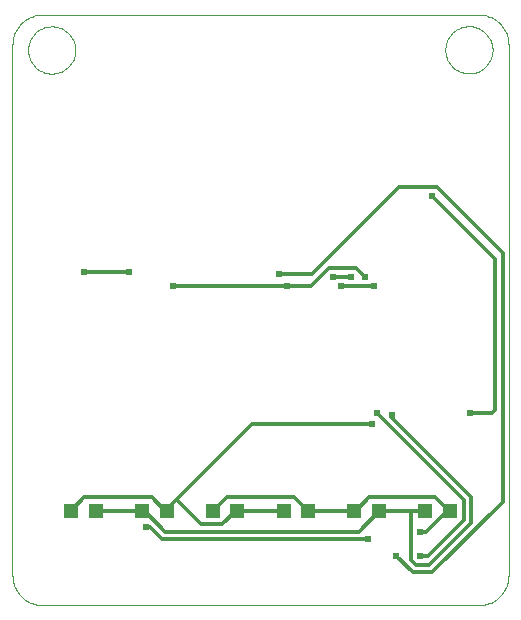
<source format=gbl>
G75*
G70*
%OFA0B0*%
%FSLAX24Y24*%
%IPPOS*%
%LPD*%
%AMOC8*
5,1,8,0,0,1.08239X$1,22.5*
%
%ADD10C,0.0000*%
%ADD11C,0.0004*%
%ADD12R,0.0472X0.0472*%
%ADD13C,0.0120*%
%ADD14C,0.0240*%
D10*
X002243Y020379D02*
X002245Y020435D01*
X002251Y020490D01*
X002261Y020544D01*
X002274Y020598D01*
X002292Y020651D01*
X002313Y020702D01*
X002337Y020752D01*
X002365Y020800D01*
X002397Y020846D01*
X002431Y020890D01*
X002469Y020931D01*
X002509Y020969D01*
X002552Y021004D01*
X002597Y021036D01*
X002645Y021065D01*
X002694Y021091D01*
X002745Y021113D01*
X002797Y021131D01*
X002851Y021145D01*
X002906Y021156D01*
X002961Y021163D01*
X003016Y021166D01*
X003072Y021165D01*
X003127Y021160D01*
X003182Y021151D01*
X003236Y021139D01*
X003289Y021122D01*
X003341Y021102D01*
X003391Y021078D01*
X003439Y021051D01*
X003486Y021021D01*
X003530Y020987D01*
X003572Y020950D01*
X003610Y020910D01*
X003647Y020868D01*
X003680Y020823D01*
X003709Y020777D01*
X003736Y020728D01*
X003758Y020677D01*
X003778Y020625D01*
X003793Y020571D01*
X003805Y020517D01*
X003813Y020462D01*
X003817Y020407D01*
X003817Y020351D01*
X003813Y020296D01*
X003805Y020241D01*
X003793Y020187D01*
X003778Y020133D01*
X003758Y020081D01*
X003736Y020030D01*
X003709Y019981D01*
X003680Y019935D01*
X003647Y019890D01*
X003610Y019848D01*
X003572Y019808D01*
X003530Y019771D01*
X003486Y019737D01*
X003439Y019707D01*
X003391Y019680D01*
X003341Y019656D01*
X003289Y019636D01*
X003236Y019619D01*
X003182Y019607D01*
X003127Y019598D01*
X003072Y019593D01*
X003016Y019592D01*
X002961Y019595D01*
X002906Y019602D01*
X002851Y019613D01*
X002797Y019627D01*
X002745Y019645D01*
X002694Y019667D01*
X002645Y019693D01*
X002597Y019722D01*
X002552Y019754D01*
X002509Y019789D01*
X002469Y019827D01*
X002431Y019868D01*
X002397Y019912D01*
X002365Y019958D01*
X002337Y020006D01*
X002313Y020056D01*
X002292Y020107D01*
X002274Y020160D01*
X002261Y020214D01*
X002251Y020268D01*
X002245Y020323D01*
X002243Y020379D01*
X016153Y020385D02*
X016155Y020441D01*
X016161Y020496D01*
X016171Y020550D01*
X016184Y020604D01*
X016202Y020657D01*
X016223Y020708D01*
X016247Y020758D01*
X016275Y020806D01*
X016307Y020852D01*
X016341Y020896D01*
X016379Y020937D01*
X016419Y020975D01*
X016462Y021010D01*
X016507Y021042D01*
X016555Y021071D01*
X016604Y021097D01*
X016655Y021119D01*
X016707Y021137D01*
X016761Y021151D01*
X016816Y021162D01*
X016871Y021169D01*
X016926Y021172D01*
X016982Y021171D01*
X017037Y021166D01*
X017092Y021157D01*
X017146Y021145D01*
X017199Y021128D01*
X017251Y021108D01*
X017301Y021084D01*
X017349Y021057D01*
X017396Y021027D01*
X017440Y020993D01*
X017482Y020956D01*
X017520Y020916D01*
X017557Y020874D01*
X017590Y020829D01*
X017619Y020783D01*
X017646Y020734D01*
X017668Y020683D01*
X017688Y020631D01*
X017703Y020577D01*
X017715Y020523D01*
X017723Y020468D01*
X017727Y020413D01*
X017727Y020357D01*
X017723Y020302D01*
X017715Y020247D01*
X017703Y020193D01*
X017688Y020139D01*
X017668Y020087D01*
X017646Y020036D01*
X017619Y019987D01*
X017590Y019941D01*
X017557Y019896D01*
X017520Y019854D01*
X017482Y019814D01*
X017440Y019777D01*
X017396Y019743D01*
X017349Y019713D01*
X017301Y019686D01*
X017251Y019662D01*
X017199Y019642D01*
X017146Y019625D01*
X017092Y019613D01*
X017037Y019604D01*
X016982Y019599D01*
X016926Y019598D01*
X016871Y019601D01*
X016816Y019608D01*
X016761Y019619D01*
X016707Y019633D01*
X016655Y019651D01*
X016604Y019673D01*
X016555Y019699D01*
X016507Y019728D01*
X016462Y019760D01*
X016419Y019795D01*
X016379Y019833D01*
X016341Y019874D01*
X016307Y019918D01*
X016275Y019964D01*
X016247Y020012D01*
X016223Y020062D01*
X016202Y020113D01*
X016184Y020166D01*
X016171Y020220D01*
X016161Y020274D01*
X016155Y020329D01*
X016153Y020385D01*
D11*
X009597Y001875D02*
X002723Y001875D01*
X002663Y001877D01*
X002602Y001882D01*
X002543Y001891D01*
X002484Y001904D01*
X002425Y001920D01*
X002368Y001940D01*
X002313Y001963D01*
X002258Y001990D01*
X002206Y002019D01*
X002155Y002052D01*
X002106Y002088D01*
X002060Y002126D01*
X002016Y002168D01*
X001974Y002212D01*
X001936Y002258D01*
X001900Y002307D01*
X001867Y002358D01*
X001838Y002410D01*
X001811Y002465D01*
X001788Y002520D01*
X001768Y002577D01*
X001752Y002636D01*
X001739Y002695D01*
X001730Y002754D01*
X001725Y002815D01*
X001723Y002875D01*
X001723Y010930D01*
X001723Y020560D01*
X001725Y020620D01*
X001730Y020681D01*
X001739Y020740D01*
X001752Y020799D01*
X001768Y020858D01*
X001788Y020915D01*
X001811Y020970D01*
X001838Y021025D01*
X001867Y021077D01*
X001900Y021128D01*
X001936Y021177D01*
X001974Y021223D01*
X002016Y021267D01*
X002060Y021309D01*
X002106Y021347D01*
X002155Y021383D01*
X002206Y021416D01*
X002258Y021445D01*
X002313Y021472D01*
X002368Y021495D01*
X002425Y021515D01*
X002484Y021531D01*
X002543Y021544D01*
X002602Y021553D01*
X002663Y021558D01*
X002723Y021560D01*
X010385Y021560D01*
X017259Y021560D01*
X017319Y021558D01*
X017380Y021553D01*
X017439Y021544D01*
X017498Y021531D01*
X017557Y021515D01*
X017614Y021495D01*
X017669Y021472D01*
X017724Y021445D01*
X017776Y021416D01*
X017827Y021383D01*
X017876Y021347D01*
X017922Y021309D01*
X017966Y021267D01*
X018008Y021223D01*
X018046Y021177D01*
X018082Y021128D01*
X018115Y021077D01*
X018144Y021025D01*
X018171Y020970D01*
X018194Y020915D01*
X018214Y020858D01*
X018230Y020799D01*
X018243Y020740D01*
X018252Y020681D01*
X018257Y020620D01*
X018259Y020560D01*
X018259Y010142D01*
X018259Y002875D01*
X018257Y002815D01*
X018252Y002754D01*
X018243Y002695D01*
X018230Y002636D01*
X018214Y002577D01*
X018194Y002520D01*
X018171Y002465D01*
X018144Y002410D01*
X018115Y002358D01*
X018082Y002307D01*
X018046Y002258D01*
X018008Y002212D01*
X017966Y002168D01*
X017922Y002126D01*
X017876Y002088D01*
X017827Y002052D01*
X017776Y002019D01*
X017724Y001990D01*
X017669Y001963D01*
X017614Y001940D01*
X017557Y001920D01*
X017498Y001904D01*
X017439Y001891D01*
X017380Y001882D01*
X017319Y001877D01*
X017259Y001875D01*
X009597Y001875D01*
D12*
X009223Y005024D03*
X008397Y005024D03*
X006861Y005024D03*
X006034Y005024D03*
X004499Y005024D03*
X003672Y005024D03*
X010759Y005024D03*
X011586Y005024D03*
X013121Y005024D03*
X013948Y005024D03*
X015483Y005024D03*
X016310Y005024D03*
D13*
X016223Y005025D01*
X015523Y004325D01*
X015323Y004325D01*
X015023Y004975D02*
X015023Y005025D01*
X013973Y005025D01*
X013948Y005024D01*
X013923Y004975D01*
X013273Y004325D01*
X006823Y004325D01*
X006173Y004975D01*
X006073Y004975D01*
X006034Y005024D01*
X006023Y005025D01*
X004523Y005025D01*
X004499Y005024D01*
X004123Y005475D02*
X006373Y005475D01*
X006823Y005025D01*
X006861Y005024D01*
X006873Y005075D01*
X007198Y005400D01*
X007223Y005375D01*
X008023Y004575D01*
X008723Y004575D01*
X009173Y005025D01*
X009223Y005024D01*
X009223Y005025D01*
X010723Y005025D01*
X010759Y005024D01*
X011123Y005475D02*
X011573Y005025D01*
X011586Y005024D01*
X011623Y005025D01*
X013073Y005025D01*
X013121Y005024D01*
X013173Y005025D01*
X013623Y005475D01*
X015823Y005475D01*
X016273Y005025D01*
X016310Y005024D01*
X016773Y004725D02*
X015573Y003525D01*
X015323Y003525D01*
X015023Y003375D02*
X015173Y003225D01*
X015623Y003225D01*
X017023Y004625D01*
X017023Y005475D01*
X014373Y008125D01*
X014373Y008225D01*
X013873Y008275D02*
X016773Y005375D01*
X016773Y004725D01*
X015483Y005024D02*
X015473Y005025D01*
X015023Y005025D01*
X015023Y004975D02*
X015023Y003375D01*
X015073Y002975D02*
X014523Y003525D01*
X015073Y002975D02*
X015723Y002975D01*
X018073Y005325D01*
X018073Y013625D01*
X015873Y015825D01*
X014623Y015825D01*
X011723Y012925D01*
X010623Y012925D01*
X010873Y012525D02*
X010923Y012525D01*
X011673Y012525D01*
X012273Y013125D01*
X013173Y013125D01*
X013473Y012825D01*
X013773Y012525D02*
X012673Y012525D01*
X012423Y012825D02*
X013023Y012825D01*
X010873Y012525D02*
X007073Y012525D01*
X005623Y012975D02*
X004123Y012975D01*
X009723Y007925D02*
X007198Y005400D01*
X006323Y004475D02*
X006723Y004075D01*
X013573Y004075D01*
X011123Y005475D02*
X008873Y005475D01*
X008423Y005025D01*
X008397Y005024D01*
X006323Y004475D02*
X006173Y004475D01*
X004123Y005475D02*
X003673Y005025D01*
X003672Y005024D01*
X009723Y007925D02*
X013723Y007925D01*
X016973Y008275D02*
X017723Y008275D01*
X017823Y008375D01*
X017823Y013425D01*
X015723Y015525D01*
D14*
X015723Y015525D03*
X013473Y012825D03*
X013773Y012525D03*
X013023Y012825D03*
X012673Y012525D03*
X012423Y012825D03*
X010873Y012525D03*
X010623Y012925D03*
X007073Y012525D03*
X005623Y012975D03*
X004123Y012975D03*
X006173Y004475D03*
X013573Y004075D03*
X014523Y003525D03*
X015323Y003525D03*
X015323Y004325D03*
X013723Y007925D03*
X013873Y008275D03*
X014373Y008225D03*
X016973Y008275D03*
M02*

</source>
